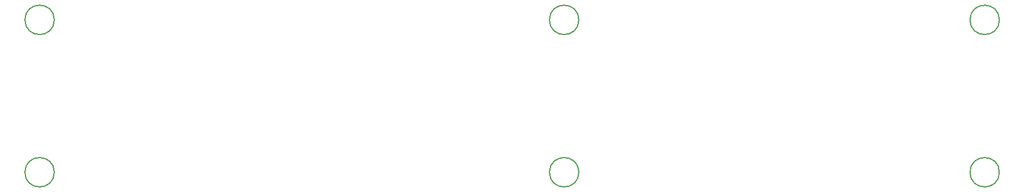
<source format=gbr>
%TF.GenerationSoftware,KiCad,Pcbnew,(6.0.1-0)*%
%TF.CreationDate,2022-12-14T20:54:25+01:00*%
%TF.ProjectId,Blokkendoos_binnenverlichting,426c6f6b-6b65-46e6-946f-6f735f62696e,rev?*%
%TF.SameCoordinates,Original*%
%TF.FileFunction,Other,Comment*%
%FSLAX46Y46*%
G04 Gerber Fmt 4.6, Leading zero omitted, Abs format (unit mm)*
G04 Created by KiCad (PCBNEW (6.0.1-0)) date 2022-12-14 20:54:25*
%MOMM*%
%LPD*%
G01*
G04 APERTURE LIST*
%ADD10C,0.150000*%
G04 APERTURE END LIST*
D10*
%TO.C,REF\u002A\u002A*%
X70272000Y11376000D02*
G75*
G03*
X70272000Y11376000I-2200000J0D01*
G01*
X-71008000Y-11474000D02*
G75*
G03*
X-71008000Y-11474000I-2200000J0D01*
G01*
X7402000Y-11474000D02*
G75*
G03*
X7402000Y-11474000I-2200000J0D01*
G01*
X7402000Y11376000D02*
G75*
G03*
X7402000Y11376000I-2200000J0D01*
G01*
X-71008000Y11376000D02*
G75*
G03*
X-71008000Y11376000I-2200000J0D01*
G01*
X70272000Y-11474000D02*
G75*
G03*
X70272000Y-11474000I-2200000J0D01*
G01*
%TD*%
M02*

</source>
